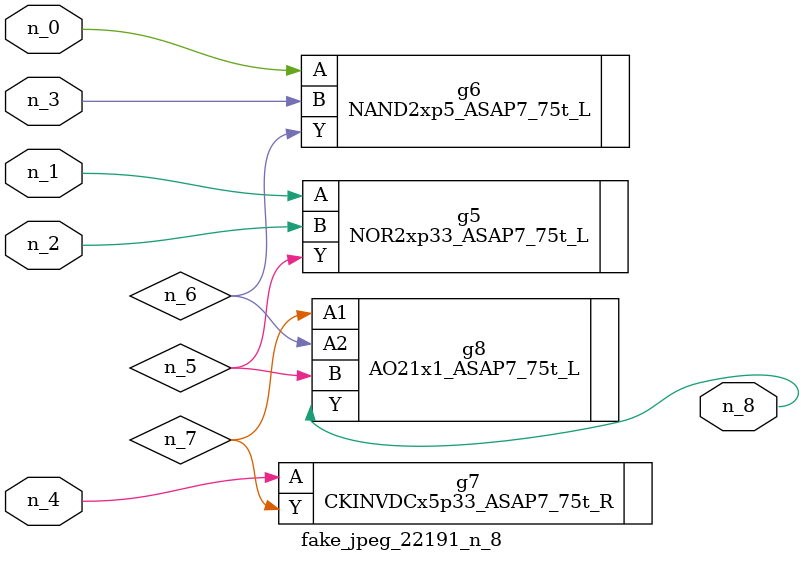
<source format=v>
module fake_jpeg_22191_n_8 (n_3, n_2, n_1, n_0, n_4, n_8);

input n_3;
input n_2;
input n_1;
input n_0;
input n_4;

output n_8;

wire n_6;
wire n_5;
wire n_7;

NOR2xp33_ASAP7_75t_L g5 ( 
.A(n_1),
.B(n_2),
.Y(n_5)
);

NAND2xp5_ASAP7_75t_L g6 ( 
.A(n_0),
.B(n_3),
.Y(n_6)
);

CKINVDCx5p33_ASAP7_75t_R g7 ( 
.A(n_4),
.Y(n_7)
);

AO21x1_ASAP7_75t_L g8 ( 
.A1(n_7),
.A2(n_6),
.B(n_5),
.Y(n_8)
);


endmodule
</source>
